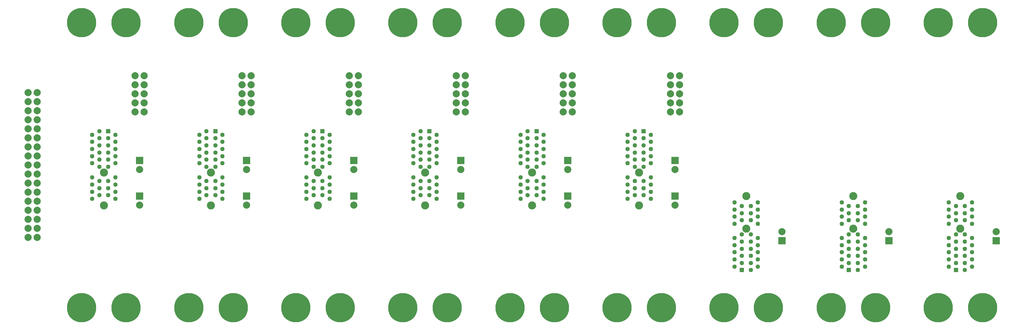
<source format=gbs>
%FSLAX43Y43*%
%MOMM*%
G71*
G01*
G75*
G04 Layer_Color=16711935*
%ADD10R,0.600X1.550*%
%ADD11R,1.000X0.900*%
%ADD12R,0.600X1.300*%
%ADD13C,1.800*%
%ADD14R,1.800X1.800*%
%ADD15R,1.050X1.050*%
%ADD16C,1.050*%
%ADD17C,2.050*%
%ADD18C,8.000*%
%ADD19C,0.250*%
%ADD20C,0.600*%
%ADD21C,0.200*%
%ADD22C,0.254*%
%ADD23R,0.803X1.753*%
%ADD24R,1.203X1.103*%
%ADD25R,0.803X1.503*%
%ADD26C,2.003*%
%ADD27R,2.003X2.003*%
%ADD28R,1.253X1.253*%
%ADD29C,1.253*%
%ADD30C,2.253*%
%ADD31C,8.203*%
D26*
X230000Y31270D02*
D03*
X290000D02*
D03*
X260000D02*
D03*
X21270Y70320D02*
D03*
X18730D02*
D03*
X21270Y67780D02*
D03*
X18730D02*
D03*
X21270Y65240D02*
D03*
X18730D02*
D03*
X21270Y62700D02*
D03*
X18730D02*
D03*
X21270Y60160D02*
D03*
X18730D02*
D03*
X21270Y57620D02*
D03*
X18730D02*
D03*
X21270Y55080D02*
D03*
X18730D02*
D03*
X21270Y52540D02*
D03*
X18730D02*
D03*
X21270Y50000D02*
D03*
X18730D02*
D03*
X21270Y47460D02*
D03*
X18730D02*
D03*
X21270Y44920D02*
D03*
X18730D02*
D03*
X21270Y42380D02*
D03*
X18730D02*
D03*
X21270Y39840D02*
D03*
X18730D02*
D03*
X21270Y37300D02*
D03*
X18730D02*
D03*
X21270Y34760D02*
D03*
X18730D02*
D03*
X21270Y32220D02*
D03*
X18730D02*
D03*
X21270Y29680D02*
D03*
X18730D02*
D03*
X200000Y38730D02*
D03*
Y48730D02*
D03*
X140000Y38730D02*
D03*
Y48730D02*
D03*
X170000Y38730D02*
D03*
Y48730D02*
D03*
X201270Y75080D02*
D03*
X198730D02*
D03*
X201270Y72540D02*
D03*
X198730D02*
D03*
X201270Y70000D02*
D03*
X198730D02*
D03*
X201270Y67460D02*
D03*
X198730D02*
D03*
X201270Y64920D02*
D03*
X198730D02*
D03*
X141270Y75080D02*
D03*
X138730D02*
D03*
X141270Y72540D02*
D03*
X138730D02*
D03*
X141270Y70000D02*
D03*
X138730D02*
D03*
X141270Y67460D02*
D03*
X138730D02*
D03*
X141270Y64920D02*
D03*
X138730D02*
D03*
X171270Y75080D02*
D03*
X168730D02*
D03*
X171270Y72540D02*
D03*
X168730D02*
D03*
X171270Y70000D02*
D03*
X168730D02*
D03*
X171270Y67460D02*
D03*
X168730D02*
D03*
X171270Y64920D02*
D03*
X168730D02*
D03*
X81270Y75080D02*
D03*
X78730D02*
D03*
X81270Y72540D02*
D03*
X78730D02*
D03*
X81270Y70000D02*
D03*
X78730D02*
D03*
X81270Y67460D02*
D03*
X78730D02*
D03*
X81270Y64920D02*
D03*
X78730D02*
D03*
X111270Y75080D02*
D03*
X108730D02*
D03*
X111270Y72540D02*
D03*
X108730D02*
D03*
X111270Y70000D02*
D03*
X108730D02*
D03*
X111270Y67460D02*
D03*
X108730D02*
D03*
X111270Y64920D02*
D03*
X108730D02*
D03*
X51270Y75080D02*
D03*
X48730D02*
D03*
X51270Y72540D02*
D03*
X48730D02*
D03*
X51270Y70000D02*
D03*
X48730D02*
D03*
X51270Y67460D02*
D03*
X48730D02*
D03*
X51270Y64920D02*
D03*
X48730D02*
D03*
X50000Y48730D02*
D03*
Y38730D02*
D03*
X110000Y48730D02*
D03*
Y38730D02*
D03*
X80000Y48730D02*
D03*
Y38730D02*
D03*
D27*
X230000Y28730D02*
D03*
X290000D02*
D03*
X260000D02*
D03*
X200000Y41270D02*
D03*
Y51270D02*
D03*
X140000Y41270D02*
D03*
Y51270D02*
D03*
X170000Y41270D02*
D03*
Y51270D02*
D03*
X50000D02*
D03*
Y41270D02*
D03*
X110000Y51270D02*
D03*
Y41270D02*
D03*
X80000Y51270D02*
D03*
Y41270D02*
D03*
D28*
X41245Y59500D02*
D03*
X71245D02*
D03*
X101245D02*
D03*
X131245D02*
D03*
X161245D02*
D03*
X191245D02*
D03*
X218755Y20500D02*
D03*
X248755D02*
D03*
X278755D02*
D03*
D29*
X41245Y57500D02*
D03*
Y55500D02*
D03*
Y53500D02*
D03*
Y51500D02*
D03*
Y49500D02*
D03*
Y45500D02*
D03*
Y43500D02*
D03*
Y41500D02*
D03*
X43245Y58500D02*
D03*
Y56500D02*
D03*
Y54500D02*
D03*
Y52500D02*
D03*
Y50500D02*
D03*
Y46500D02*
D03*
Y44500D02*
D03*
Y42500D02*
D03*
Y40500D02*
D03*
X38745Y59500D02*
D03*
Y57500D02*
D03*
Y55500D02*
D03*
Y53500D02*
D03*
Y51500D02*
D03*
Y49500D02*
D03*
Y45500D02*
D03*
Y43500D02*
D03*
Y41500D02*
D03*
X36745Y58500D02*
D03*
Y56500D02*
D03*
Y54500D02*
D03*
Y52500D02*
D03*
Y50500D02*
D03*
Y46500D02*
D03*
Y44500D02*
D03*
Y42500D02*
D03*
Y40500D02*
D03*
X71245Y57500D02*
D03*
Y55500D02*
D03*
Y53500D02*
D03*
Y51500D02*
D03*
Y49500D02*
D03*
Y45500D02*
D03*
Y43500D02*
D03*
Y41500D02*
D03*
X73245Y58500D02*
D03*
Y56500D02*
D03*
Y54500D02*
D03*
Y52500D02*
D03*
Y50500D02*
D03*
Y46500D02*
D03*
Y44500D02*
D03*
Y42500D02*
D03*
Y40500D02*
D03*
X68745Y59500D02*
D03*
Y57500D02*
D03*
Y55500D02*
D03*
Y53500D02*
D03*
Y51500D02*
D03*
Y49500D02*
D03*
Y45500D02*
D03*
Y43500D02*
D03*
Y41500D02*
D03*
X66745Y58500D02*
D03*
Y56500D02*
D03*
Y54500D02*
D03*
Y52500D02*
D03*
Y50500D02*
D03*
Y46500D02*
D03*
Y44500D02*
D03*
Y42500D02*
D03*
Y40500D02*
D03*
X101245Y57500D02*
D03*
Y55500D02*
D03*
Y53500D02*
D03*
Y51500D02*
D03*
Y49500D02*
D03*
Y45500D02*
D03*
Y43500D02*
D03*
Y41500D02*
D03*
X103245Y58500D02*
D03*
Y56500D02*
D03*
Y54500D02*
D03*
Y52500D02*
D03*
Y50500D02*
D03*
Y46500D02*
D03*
Y44500D02*
D03*
Y42500D02*
D03*
Y40500D02*
D03*
X98745Y59500D02*
D03*
Y57500D02*
D03*
Y55500D02*
D03*
Y53500D02*
D03*
Y51500D02*
D03*
Y49500D02*
D03*
Y45500D02*
D03*
Y43500D02*
D03*
Y41500D02*
D03*
X96745Y58500D02*
D03*
Y56500D02*
D03*
Y54500D02*
D03*
Y52500D02*
D03*
Y50500D02*
D03*
Y46500D02*
D03*
Y44500D02*
D03*
Y42500D02*
D03*
Y40500D02*
D03*
X131245Y57500D02*
D03*
Y55500D02*
D03*
Y53500D02*
D03*
Y51500D02*
D03*
Y49500D02*
D03*
Y45500D02*
D03*
Y43500D02*
D03*
Y41500D02*
D03*
X133245Y58500D02*
D03*
Y56500D02*
D03*
Y54500D02*
D03*
Y52500D02*
D03*
Y50500D02*
D03*
Y46500D02*
D03*
Y44500D02*
D03*
Y42500D02*
D03*
Y40500D02*
D03*
X128745Y59500D02*
D03*
Y57500D02*
D03*
Y55500D02*
D03*
Y53500D02*
D03*
Y51500D02*
D03*
Y49500D02*
D03*
Y45500D02*
D03*
Y43500D02*
D03*
Y41500D02*
D03*
X126745Y58500D02*
D03*
Y56500D02*
D03*
Y54500D02*
D03*
Y52500D02*
D03*
Y50500D02*
D03*
Y46500D02*
D03*
Y44500D02*
D03*
Y42500D02*
D03*
Y40500D02*
D03*
X161245Y57500D02*
D03*
Y55500D02*
D03*
Y53500D02*
D03*
Y51500D02*
D03*
Y49500D02*
D03*
Y45500D02*
D03*
Y43500D02*
D03*
Y41500D02*
D03*
X163245Y58500D02*
D03*
Y56500D02*
D03*
Y54500D02*
D03*
Y52500D02*
D03*
Y50500D02*
D03*
Y46500D02*
D03*
Y44500D02*
D03*
Y42500D02*
D03*
Y40500D02*
D03*
X158745Y59500D02*
D03*
Y57500D02*
D03*
Y55500D02*
D03*
Y53500D02*
D03*
Y51500D02*
D03*
Y49500D02*
D03*
Y45500D02*
D03*
Y43500D02*
D03*
Y41500D02*
D03*
X156745Y58500D02*
D03*
Y56500D02*
D03*
Y54500D02*
D03*
Y52500D02*
D03*
Y50500D02*
D03*
Y46500D02*
D03*
Y44500D02*
D03*
Y42500D02*
D03*
Y40500D02*
D03*
X191245Y57500D02*
D03*
Y55500D02*
D03*
Y53500D02*
D03*
Y51500D02*
D03*
Y49500D02*
D03*
Y45500D02*
D03*
Y43500D02*
D03*
Y41500D02*
D03*
X193245Y58500D02*
D03*
Y56500D02*
D03*
Y54500D02*
D03*
Y52500D02*
D03*
Y50500D02*
D03*
Y46500D02*
D03*
Y44500D02*
D03*
Y42500D02*
D03*
Y40500D02*
D03*
X188745Y59500D02*
D03*
Y57500D02*
D03*
Y55500D02*
D03*
Y53500D02*
D03*
Y51500D02*
D03*
Y49500D02*
D03*
Y45500D02*
D03*
Y43500D02*
D03*
Y41500D02*
D03*
X186745Y58500D02*
D03*
Y56500D02*
D03*
Y54500D02*
D03*
Y52500D02*
D03*
Y50500D02*
D03*
Y46500D02*
D03*
Y44500D02*
D03*
Y42500D02*
D03*
Y40500D02*
D03*
X218755Y22500D02*
D03*
Y24500D02*
D03*
Y26500D02*
D03*
Y28500D02*
D03*
Y30500D02*
D03*
Y34500D02*
D03*
Y36500D02*
D03*
Y38500D02*
D03*
X216755Y21500D02*
D03*
Y23500D02*
D03*
Y25500D02*
D03*
Y27500D02*
D03*
Y29500D02*
D03*
Y33500D02*
D03*
Y35500D02*
D03*
Y37500D02*
D03*
Y39500D02*
D03*
X221255Y20500D02*
D03*
Y22500D02*
D03*
Y24500D02*
D03*
Y26500D02*
D03*
Y28500D02*
D03*
Y30500D02*
D03*
Y34500D02*
D03*
Y36500D02*
D03*
Y38500D02*
D03*
X223255Y21500D02*
D03*
Y23500D02*
D03*
Y25500D02*
D03*
Y27500D02*
D03*
Y29500D02*
D03*
Y33500D02*
D03*
Y35500D02*
D03*
Y37500D02*
D03*
Y39500D02*
D03*
X248755Y22500D02*
D03*
Y24500D02*
D03*
Y26500D02*
D03*
Y28500D02*
D03*
Y30500D02*
D03*
Y34500D02*
D03*
Y36500D02*
D03*
Y38500D02*
D03*
X246755Y21500D02*
D03*
Y23500D02*
D03*
Y25500D02*
D03*
Y27500D02*
D03*
Y29500D02*
D03*
Y33500D02*
D03*
Y35500D02*
D03*
Y37500D02*
D03*
Y39500D02*
D03*
X251255Y20500D02*
D03*
Y22500D02*
D03*
Y24500D02*
D03*
Y26500D02*
D03*
Y28500D02*
D03*
Y30500D02*
D03*
Y34500D02*
D03*
Y36500D02*
D03*
Y38500D02*
D03*
X253255Y21500D02*
D03*
Y23500D02*
D03*
Y25500D02*
D03*
Y27500D02*
D03*
Y29500D02*
D03*
Y33500D02*
D03*
Y35500D02*
D03*
Y37500D02*
D03*
Y39500D02*
D03*
X278755Y22500D02*
D03*
Y24500D02*
D03*
Y26500D02*
D03*
Y28500D02*
D03*
Y30500D02*
D03*
Y34500D02*
D03*
Y36500D02*
D03*
Y38500D02*
D03*
X276755Y21500D02*
D03*
Y23500D02*
D03*
Y25500D02*
D03*
Y27500D02*
D03*
Y29500D02*
D03*
Y33500D02*
D03*
Y35500D02*
D03*
Y37500D02*
D03*
Y39500D02*
D03*
X281255Y20500D02*
D03*
Y22500D02*
D03*
Y24500D02*
D03*
Y26500D02*
D03*
Y28500D02*
D03*
Y30500D02*
D03*
Y34500D02*
D03*
Y36500D02*
D03*
Y38500D02*
D03*
X283255Y21500D02*
D03*
Y23500D02*
D03*
Y25500D02*
D03*
Y27500D02*
D03*
Y29500D02*
D03*
Y33500D02*
D03*
Y35500D02*
D03*
Y37500D02*
D03*
Y39500D02*
D03*
D30*
X39995Y47850D02*
D03*
Y38700D02*
D03*
X69995Y47850D02*
D03*
Y38700D02*
D03*
X99995Y47850D02*
D03*
Y38700D02*
D03*
X129995Y47850D02*
D03*
Y38700D02*
D03*
X159995Y47850D02*
D03*
Y38700D02*
D03*
X189995Y47850D02*
D03*
Y38700D02*
D03*
X220005Y32150D02*
D03*
Y41300D02*
D03*
X250005Y32150D02*
D03*
Y41300D02*
D03*
X280005Y32150D02*
D03*
Y41300D02*
D03*
D31*
X153777Y10000D02*
D03*
X166223D02*
D03*
X183777Y90000D02*
D03*
X196223D02*
D03*
X183777Y10000D02*
D03*
X196223D02*
D03*
X213777Y90000D02*
D03*
X226223D02*
D03*
X213777Y10000D02*
D03*
X226223D02*
D03*
X243777Y90000D02*
D03*
X256223D02*
D03*
X243777Y10000D02*
D03*
X256223D02*
D03*
X273777Y90000D02*
D03*
X286223D02*
D03*
X273777Y10000D02*
D03*
X286223D02*
D03*
X33777Y90000D02*
D03*
X46223D02*
D03*
X33777Y10000D02*
D03*
X46223D02*
D03*
X63777Y90000D02*
D03*
X76223D02*
D03*
X63777Y10000D02*
D03*
X76223D02*
D03*
X93777Y90000D02*
D03*
X106223D02*
D03*
X93777Y10000D02*
D03*
X106223D02*
D03*
X123777Y90000D02*
D03*
X136223D02*
D03*
X123777Y10000D02*
D03*
X136223D02*
D03*
X153777Y90000D02*
D03*
X166223D02*
D03*
M02*

</source>
